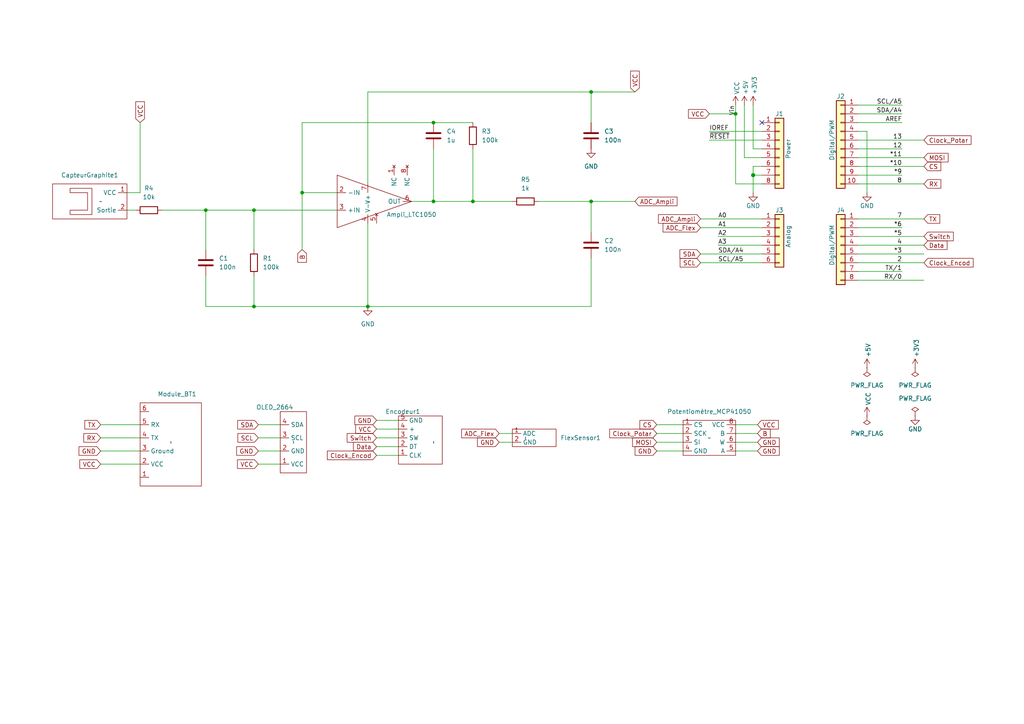
<source format=kicad_sch>
(kicad_sch (version 20230121) (generator eeschema)
  (paper "A4")
  (title_block (title "Projet de capteur low-tech en graphite") (date "2024-03-12") (company "INSA Toulouse - Département Génie Physique") (comment 3 "Cyril ARDISSON, Kévin BARGE") (comment 4 "4GP - UF I4 PMH21 \"Du capteur au banc de test\""))
  (lib_symbols
    (symbol "Connector_Generic:Conn_01x06" (pin_names (offset 1.016) hide)
      (property "Reference" "J" (at 0 7.62 0))
      (property "Value" "Conn_01x06" (at 0 -10.16 0))
      (symbol "Conn_01x06_1_1"
        (rectangle (start -1.27 -7.493) (end 0 -7.747) (stroke (width 0.1524)))
        (rectangle (start -1.27 -4.953) (end 0 -5.207) (stroke (width 0.1524)))
        (rectangle (start -1.27 -2.413) (end 0 -2.667) (stroke (width 0.1524)))
        (rectangle (start -1.27 0.127) (end 0 -0.127) (stroke (width 0.1524)))
        (rectangle (start -1.27 2.667) (end 0 2.413) (stroke (width 0.1524)))
        (rectangle (start -1.27 5.207) (end 0 4.953) (stroke (width 0.1524)))
        (rectangle (start -1.27 6.35) (end 1.27 -8.89) (stroke (width 0.254)) (fill (type background)))
        (pin passive line (at -5.08 5.08 0) (length 3.81) (name "Pin_1") (number "1"))
        (pin passive line (at -5.08 2.54 0) (length 3.81) (name "Pin_2") (number "2"))
        (pin passive line (at -5.08 0 0) (length 3.81) (name "Pin_3") (number "3"))
        (pin passive line (at -5.08 -2.54 0) (length 3.81) (name "Pin_4") (number "4"))
        (pin passive line (at -5.08 -5.08 0) (length 3.81) (name "Pin_5") (number "5"))
        (pin passive line (at -5.08 -7.62 0) (length 3.81) (name "Pin_6") (number "6"))
      )
    )
    (symbol "Connector_Generic:Conn_01x08" (pin_names (offset 1.016) hide)
      (property "Reference" "J" (at 0 10.16 0))
      (property "Value" "Conn_01x08" (at 0 -12.7 0))
      (symbol "Conn_01x08_1_1"
        (rectangle (start -1.27 -10.033) (end 0 -10.287) (stroke (width 0.1524)))
        (rectangle (start -1.27 -7.493) (end 0 -7.747) (stroke (width 0.1524)))
        (rectangle (start -1.27 -4.953) (end 0 -5.207) (stroke (width 0.1524)))
        (rectangle (start -1.27 -2.413) (end 0 -2.667) (stroke (width 0.1524)))
        (rectangle (start -1.27 0.127) (end 0 -0.127) (stroke (width 0.1524)))
        (rectangle (start -1.27 2.667) (end 0 2.413) (stroke (width 0.1524)))
        (rectangle (start -1.27 5.207) (end 0 4.953) (stroke (width 0.1524)))
        (rectangle (start -1.27 7.747) (end 0 7.493) (stroke (width 0.1524)))
        (rectangle (start -1.27 8.89) (end 1.27 -11.43) (stroke (width 0.254)) (fill (type background)))
        (pin passive line (at -5.08 7.62 0) (length 3.81) (name "Pin_1") (number "1"))
        (pin passive line (at -5.08 5.08 0) (length 3.81) (name "Pin_2") (number "2"))
        (pin passive line (at -5.08 2.54 0) (length 3.81) (name "Pin_3") (number "3"))
        (pin passive line (at -5.08 0 0) (length 3.81) (name "Pin_4") (number "4"))
        (pin passive line (at -5.08 -2.54 0) (length 3.81) (name "Pin_5") (number "5"))
        (pin passive line (at -5.08 -5.08 0) (length 3.81) (name "Pin_6") (number "6"))
        (pin passive line (at -5.08 -7.62 0) (length 3.81) (name "Pin_7") (number "7"))
        (pin passive line (at -5.08 -10.16 0) (length 3.81) (name "Pin_8") (number "8"))
      )
    )
    (symbol "Connector_Generic:Conn_01x10" (pin_names (offset 1.016) hide)
      (property "Reference" "J" (at 0 12.7 0))
      (property "Value" "Conn_01x10" (at 0 -15.24 0))
      (symbol "Conn_01x10_1_1"
        (rectangle (start -1.27 -12.573) (end 0 -12.827) (stroke (width 0.1524)))
        (rectangle (start -1.27 -10.033) (end 0 -10.287) (stroke (width 0.1524)))
        (rectangle (start -1.27 -7.493) (end 0 -7.747) (stroke (width 0.1524)))
        (rectangle (start -1.27 -4.953) (end 0 -5.207) (stroke (width 0.1524)))
        (rectangle (start -1.27 -2.413) (end 0 -2.667) (stroke (width 0.1524)))
        (rectangle (start -1.27 0.127) (end 0 -0.127) (stroke (width 0.1524)))
        (rectangle (start -1.27 2.667) (end 0 2.413) (stroke (width 0.1524)))
        (rectangle (start -1.27 5.207) (end 0 4.953) (stroke (width 0.1524)))
        (rectangle (start -1.27 7.747) (end 0 7.493) (stroke (width 0.1524)))
        (rectangle (start -1.27 10.287) (end 0 10.033) (stroke (width 0.1524)))
        (rectangle (start -1.27 11.43) (end 1.27 -13.97) (stroke (width 0.254)) (fill (type background)))
        (pin passive line (at -5.08 10.16 0) (length 3.81) (name "Pin_1") (number "1"))
        (pin passive line (at -5.08 -12.7 0) (length 3.81) (name "Pin_10") (number "10"))
        (pin passive line (at -5.08 7.62 0) (length 3.81) (name "Pin_2") (number "2"))
        (pin passive line (at -5.08 5.08 0) (length 3.81) (name "Pin_3") (number "3"))
        (pin passive line (at -5.08 2.54 0) (length 3.81) (name "Pin_4") (number "4"))
        (pin passive line (at -5.08 0 0) (length 3.81) (name "Pin_5") (number "5"))
        (pin passive line (at -5.08 -2.54 0) (length 3.81) (name "Pin_6") (number "6"))
        (pin passive line (at -5.08 -5.08 0) (length 3.81) (name "Pin_7") (number "7"))
        (pin passive line (at -5.08 -7.62 0) (length 3.81) (name "Pin_8") (number "8"))
        (pin passive line (at -5.08 -10.16 0) (length 3.81) (name "Pin_9") (number "9"))
      )
    )
    (symbol "Device:C" (pin_numbers hide) (pin_names (offset 0.254))
      (property "Reference" "C" (at 0.635 2.54 0))
      (property "Value" "C" (at 0.635 -2.54 0))
      (symbol "C_0_1"
        (polyline (pts (xy -2.032 -0.762) (xy 2.032 -0.762)) (stroke (width 0.508)))
        (polyline (pts (xy -2.032 0.762) (xy 2.032 0.762)) (stroke (width 0.508)))
      )
      (symbol "C_1_1"
        (pin passive line (at 0 3.81 270) (length 2.794) (name "~") (number "1"))
        (pin passive line (at 0 -3.81 90) (length 2.794) (name "~") (number "2"))
      )
    )
    (symbol "Device:R" (pin_numbers hide) (pin_names (offset 0))
      (property "Reference" "R" (at 2.032 0 90))
      (property "Value" "R" (at 0 0 90))
      (symbol "R_0_1"
        (rectangle (start -1.016 -2.54) (end 1.016 2.54) (stroke (width 0.254)))
      )
      (symbol "R_1_1"
        (pin passive line (at 0 3.81 270) (length 1.27) (name "~") (number "1"))
        (pin passive line (at 0 -3.81 90) (length 1.27) (name "~") (number "2"))
      )
    )
    (symbol "GND_1" (power) (pin_names (offset 0))
      (property "Value" "GND_1" (at 0 -3.81 0))
      (symbol "GND_1_0_1"
        (polyline (pts (xy 0 0) (xy 0 -1.27) (xy 1.27 -1.27) (xy 0 -2.54) (xy -1.27 -1.27) (xy 0 -1.27)))
      )
      (symbol "GND_1_1_1"
        (pin power_in line (at 0 0 270) (length 0) hide (name "GND") (number "1"))
      )
    )
    (symbol "GND_2" (power) (pin_names (offset 0))
      (property "Value" "GND_2" (at 0 -3.81 0))
      (symbol "GND_2_0_1"
        (polyline (pts (xy 0 0) (xy 0 -1.27) (xy 1.27 -1.27) (xy 0 -2.54) (xy -1.27 -1.27) (xy 0 -1.27)))
      )
      (symbol "GND_2_1_1"
        (pin power_in line (at 0 0 270) (length 0) hide (name "GND") (number "1"))
      )
    )
    (symbol "Librairie capteur graphite:Ampli_LTC1050"
      (property "Reference" "U" (at 2.54 0 0))
      (symbol "Ampli_LTC1050_0_1"
        (polyline (pts (xy -10.16 7.62) (xy -10.16 -7.62) (xy 11.43 0) (xy -10.16 7.62)))
      )
      (symbol "Ampli_LTC1050_1_1"
        (pin no_connect line (at 6.35 10.16 270) (length 2.54) (name "NC") (number "1"))
        (pin passive line (at -10.16 2.54 0) (length 2.54) (name "-IN") (number "2"))
        (pin passive line (at -10.16 -2.54 0) (length 2.54) (name "+IN") (number "3"))
        (pin passive line (at -1.27 -6.35 90) (length 2.54) (name "V-") (number "4"))
        (pin no_connect line (at 1.27 -3.81 270) (length 2.54) (name "") (number "5"))
        (pin passive line (at 11.43 0 180) (length 2.54) (name "OUT") (number "6"))
        (pin passive line (at -1.27 5.08 270) (length 2.54) (name "V+") (number "7"))
        (pin no_connect line (at 10.16 10.16 270) (length 2.54) (name "NC") (number "8"))
      )
    )
    (symbol "Librairie capteur graphite:CapteurGraphite"
      (property "Reference" "U" (at 0 0 0))
      (symbol "CapteurGraphite_0_1"
        (rectangle (start -13.97 5.08) (end 7.62 -5.08))
        (polyline (pts (xy -8.89 2.54) (xy -3.81 2.54) (xy -3.81 -2.54) (xy -8.89 -2.54) (xy -8.89 -3.81) (xy -2.54 -3.81) (xy -2.54 3.81) (xy -8.89 3.81) (xy -8.89 2.54)))
      )
      (symbol "CapteurGraphite_1_1"
        (pin passive line (at 7.62 2.54 180) (length 2.54) (name "VCC") (number "1"))
        (pin passive line (at 7.62 -2.54 180) (length 2.54) (name "Sortie") (number "2"))
      )
    )
    (symbol "Librairie capteur graphite:Encodeur"
      (property "Reference" "U" (at 0 0 0))
      (symbol "Encodeur_0_1"
        (rectangle (start -6.35 10.16) (end 7.62 -2.54))
      )
      (symbol "Encodeur_1_1"
        (pin passive line (at -3.81 10.16 270) (length 2.54) (name "CLK") (number "1"))
        (pin passive line (at -1.27 10.16 270) (length 2.54) (name "DT") (number "2"))
        (pin passive line (at 1.27 10.16 270) (length 2.54) (name "SW") (number "3"))
        (pin passive line (at 3.81 10.16 270) (length 2.54) (name "+") (number "4"))
        (pin passive line (at 6.35 10.16 270) (length 2.54) (name "GND") (number "5"))
      )
    )
    (symbol "Librairie capteur graphite:FlexSensor"
      (property "Reference" "U" (at 0 0 0))
      (symbol "FlexSensor_0_1"
        (rectangle (start -2.54 8.89) (end 2.54 -3.81))
      )
      (symbol "FlexSensor_1_1"
        (pin input line (at -1.27 -3.81 90) (length 2.54) (name "ADC") (number "1"))
        (pin input line (at 1.27 -3.81 90) (length 2.54) (name "GND") (number "2"))
      )
    )
    (symbol "Librairie capteur graphite:MCP41050"
      (property "Reference" "U" (at 0 0 0))
      (symbol "MCP41050_0_1"
        (rectangle (start -7.62 5.08) (end 7.62 -5.08))
      )
      (symbol "MCP41050_1_1"
        (pin passive line (at -7.62 3.81 0) (length 2.54) (name "CS") (number "1"))
        (pin passive line (at -7.62 1.27 0) (length 2.54) (name "SCK") (number "2"))
        (pin passive line (at -7.62 -1.27 0) (length 2.54) (name "SI") (number "3"))
        (pin passive line (at -7.62 -3.81 0) (length 2.54) (name "GND") (number "4"))
        (pin passive line (at 7.62 -3.81 180) (length 2.54) (name "A") (number "5"))
        (pin passive line (at 7.62 -1.27 180) (length 2.54) (name "W") (number "6"))
        (pin passive line (at 7.62 1.27 180) (length 2.54) (name "B") (number "7"))
        (pin passive line (at 7.62 3.81 180) (length 2.54) (name "VCC") (number "8"))
      )
    )
    (symbol "Librairie capteur graphite:Module_BT"
      (property "Reference" "U" (at 0 0 0))
      (symbol "Module_BT_0_1"
        (rectangle (start -12.7 8.89) (end 11.43 -8.89))
      )
      (symbol "Module_BT_1_1"
        (pin passive line (at -10.16 8.89 270) (length 2.54) (name "") (number "1"))
        (pin passive line (at -6.35 8.89 270) (length 2.54) (name "VCC") (number "2"))
        (pin passive line (at -2.54 8.89 270) (length 2.54) (name "Ground") (number "3"))
        (pin passive line (at 1.27 8.89 270) (length 2.54) (name "TX") (number "4"))
        (pin passive line (at 5.08 8.89 270) (length 2.54) (name "RX") (number "5"))
        (pin passive line (at 8.89 8.89 270) (length 2.54) (name "") (number "6"))
      )
    )
    (symbol "Librairie capteur graphite:OLED_2864"
      (property "Reference" "U" (at 0 0 0))
      (symbol "OLED_2864_0_1"
        (rectangle (start -8.89 3.81) (end 8.89 -3.81))
      )
      (symbol "OLED_2864_1_1"
        (pin passive line (at -6.35 3.81 270) (length 2.54) (name "VCC") (number "1"))
        (pin passive line (at -2.54 3.81 270) (length 2.54) (name "GND") (number "2"))
        (pin passive line (at 1.27 3.81 270) (length 2.54) (name "SCL") (number "3"))
        (pin passive line (at 5.08 3.81 270) (length 2.54) (name "SDA") (number "4"))
      )
    )
    (symbol "power:+3V3" (power) (pin_names (offset 0))
      (property "Value" "+3V3" (at 0 3.556 0))
      (symbol "+3V3_0_1"
        (polyline (pts (xy -0.762 1.27) (xy 0 2.54)))
        (polyline (pts (xy 0 0) (xy 0 2.54)))
        (polyline (pts (xy 0 2.54) (xy 0.762 1.27)))
      )
      (symbol "+3V3_1_1"
        (pin power_in line (at 0 0 90) (length 0) hide (name "+3V3") (number "1"))
      )
    )
    (symbol "power:+5V" (power) (pin_names (offset 0))
      (property "Value" "+5V" (at 0 3.556 0))
      (symbol "+5V_0_1"
        (polyline (pts (xy -0.762 1.27) (xy 0 2.54)))
        (polyline (pts (xy 0 0) (xy 0 2.54)))
        (polyline (pts (xy 0 2.54) (xy 0.762 1.27)))
      )
      (symbol "+5V_1_1"
        (pin power_in line (at 0 0 90) (length 0) hide (name "+5V") (number "1"))
      )
    )
    (symbol "power:GND" (power) (pin_names (offset 0))
      (property "Value" "GND" (at 0 -3.81 0))
      (symbol "GND_0_1"
        (polyline (pts (xy 0 0) (xy 0 -1.27) (xy 1.27 -1.27) (xy 0 -2.54) (xy -1.27 -1.27) (xy 0 -1.27)))
      )
      (symbol "GND_1_1"
        (pin power_in line (at 0 0 270) (length 0) hide (name "GND") (number "1"))
      )
    )
    (symbol "power:PWR_FLAG" (power) (pin_numbers hide) (pin_names (offset 0) hide)
      (property "Value" "PWR_FLAG" (at 0 3.81 0))
      (symbol "PWR_FLAG_0_0"
        (pin power_out line (at 0 0 90) (length 0) (name "pwr") (number "1"))
      )
      (symbol "PWR_FLAG_0_1"
        (polyline (pts (xy 0 0) (xy 0 1.27) (xy -1.016 1.905) (xy 0 2.54) (xy 1.016 1.905) (xy 0 1.27)))
      )
    )
    (symbol "power:VCC" (power) (pin_names (offset 0))
      (property "Value" "VCC" (at 0 3.81 0))
      (symbol "VCC_0_1"
        (polyline (pts (xy -0.762 1.27) (xy 0 2.54)))
        (polyline (pts (xy 0 0) (xy 0 2.54)))
        (polyline (pts (xy 0 2.54) (xy 0.762 1.27)))
      )
      (symbol "VCC_1_1"
        (pin power_in line (at 0 0 90) (length 0) hide (name "VCC") (number "1"))
      )
    )
  )
  (junction (at 125.73 35.56))
  (junction (at 87.63 55.88))
  (junction (at 218.44 50.8) (diameter 1.016))
  (junction (at 213.36 33.02))
  (junction (at 137.16 58.42))
  (junction (at 125.73 58.42))
  (junction (at 73.66 60.96))
  (junction (at 106.68 88.9))
  (junction (at 171.45 26.67))
  (junction (at 59.69 60.96))
  (junction (at 171.45 58.42))
  (junction (at 73.66 88.9))
  (no_connect (at 220.98 35.56))
  (wire (pts (xy 248.92 81.28) (xy 267.97 81.28)))
  (wire (pts (xy 248.92 48.26) (xy 267.97 48.26)))
  (wire (pts (xy 119.38 58.42) (xy 125.73 58.42)))
  (wire (pts (xy 248.92 30.48) (xy 261.62 30.48)))
  (wire (pts (xy 59.69 60.96) (xy 59.69 72.39)))
  (wire (pts (xy 29.21 127) (xy 40.64 127)))
  (wire (pts (xy 218.44 48.26) (xy 218.44 50.8)))
  (wire (pts (xy 73.66 80.01) (xy 73.66 88.9)))
  (wire (pts (xy 203.2 76.2) (xy 220.98 76.2)))
  (wire (pts (xy 218.44 50.8) (xy 218.44 55.88)))
  (wire (pts (xy 36.83 55.88) (xy 40.64 55.88)))
  (wire (pts (xy 218.44 43.18) (xy 220.98 43.18)))
  (wire (pts (xy 74.93 130.81) (xy 81.28 130.81)))
  (wire (pts (xy 74.93 127) (xy 81.28 127)))
  (wire (pts (xy 215.9 45.72) (xy 220.98 45.72)))
  (wire (pts (xy 137.16 43.18) (xy 137.16 58.42)))
  (wire (pts (xy 215.9 30.48) (xy 215.9 45.72)))
  (wire (pts (xy 203.2 66.04) (xy 220.98 66.04)))
  (wire (pts (xy 137.16 58.42) (xy 148.59 58.42)))
  (wire (pts (xy 109.22 129.54) (xy 115.57 129.54)))
  (wire (pts (xy 156.21 58.42) (xy 171.45 58.42)))
  (wire (pts (xy 109.22 121.92) (xy 115.57 121.92)))
  (wire (pts (xy 248.92 40.64) (xy 267.97 40.64)))
  (wire (pts (xy 218.44 30.48) (xy 218.44 43.18)))
  (wire (pts (xy 248.92 63.5) (xy 267.97 63.5)))
  (wire (pts (xy 203.2 63.5) (xy 220.98 63.5)))
  (wire (pts (xy 248.92 43.18) (xy 261.62 43.18)))
  (wire (pts (xy 248.92 66.04) (xy 261.62 66.04)))
  (wire (pts (xy 109.22 132.08) (xy 115.57 132.08)))
  (wire (pts (xy 29.21 123.19) (xy 40.64 123.19)))
  (wire (pts (xy 59.69 80.01) (xy 59.69 88.9)))
  (wire (pts (xy 29.21 134.62) (xy 40.64 134.62)))
  (wire (pts (xy 248.92 50.8) (xy 261.62 50.8)))
  (wire (pts (xy 190.5 128.27) (xy 198.12 128.27)))
  (wire (pts (xy 171.45 58.42) (xy 184.15 58.42)))
  (wire (pts (xy 74.93 123.19) (xy 81.28 123.19)))
  (wire (pts (xy 46.99 60.96) (xy 59.69 60.96)))
  (wire (pts (xy 106.68 64.77) (xy 106.68 88.9)))
  (wire (pts (xy 205.74 38.1) (xy 220.98 38.1)))
  (wire (pts (xy 205.74 33.02) (xy 213.36 33.02)))
  (wire (pts (xy 40.64 35.56) (xy 40.64 55.88)))
  (wire (pts (xy 97.79 55.88) (xy 87.63 55.88)))
  (wire (pts (xy 213.36 125.73) (xy 219.71 125.73)))
  (wire (pts (xy 73.66 60.96) (xy 73.66 72.39)))
  (wire (pts (xy 171.45 26.67) (xy 184.15 26.67)))
  (wire (pts (xy 251.46 38.1) (xy 251.46 55.88)))
  (wire (pts (xy 106.68 53.34) (xy 106.68 26.67)))
  (wire (pts (xy 203.2 73.66) (xy 220.98 73.66)))
  (wire (pts (xy 248.92 35.56) (xy 261.62 35.56)))
  (wire (pts (xy 220.98 68.58) (xy 208.28 68.58)))
  (wire (pts (xy 125.73 43.18) (xy 125.73 58.42)))
  (wire (pts (xy 205.74 40.64) (xy 220.98 40.64)))
  (wire (pts (xy 190.5 125.73) (xy 198.12 125.73)))
  (wire (pts (xy 220.98 50.8) (xy 218.44 50.8)))
  (wire (pts (xy 125.73 35.56) (xy 137.16 35.56)))
  (wire (pts (xy 73.66 88.9) (xy 59.69 88.9)))
  (wire (pts (xy 213.36 33.02) (xy 213.36 30.48)))
  (wire (pts (xy 59.69 60.96) (xy 73.66 60.96)))
  (wire (pts (xy 220.98 53.34) (xy 213.36 53.34)))
  (wire (pts (xy 213.36 123.19) (xy 219.71 123.19)))
  (wire (pts (xy 29.21 130.81) (xy 40.64 130.81)))
  (wire (pts (xy 171.45 58.42) (xy 171.45 67.31)))
  (wire (pts (xy 106.68 26.67) (xy 171.45 26.67)))
  (wire (pts (xy 73.66 88.9) (xy 106.68 88.9)))
  (wire (pts (xy 125.73 58.42) (xy 137.16 58.42)))
  (wire (pts (xy 144.78 125.73) (xy 148.59 125.73)))
  (wire (pts (xy 248.92 38.1) (xy 251.46 38.1)))
  (wire (pts (xy 220.98 48.26) (xy 218.44 48.26)))
  (wire (pts (xy 87.63 55.88) (xy 87.63 72.39)))
  (wire (pts (xy 190.5 123.19) (xy 198.12 123.19)))
  (wire (pts (xy 73.66 60.96) (xy 97.79 60.96)))
  (wire (pts (xy 213.36 128.27) (xy 219.71 128.27)))
  (wire (pts (xy 87.63 35.56) (xy 125.73 35.56)))
  (wire (pts (xy 248.92 45.72) (xy 267.97 45.72)))
  (wire (pts (xy 106.68 88.9) (xy 171.45 88.9)))
  (wire (pts (xy 109.22 124.46) (xy 115.57 124.46)))
  (wire (pts (xy 190.5 130.81) (xy 198.12 130.81)))
  (wire (pts (xy 74.93 134.62) (xy 81.28 134.62)))
  (wire (pts (xy 248.92 68.58) (xy 267.97 68.58)))
  (wire (pts (xy 213.36 130.81) (xy 219.71 130.81)))
  (wire (pts (xy 208.28 71.12) (xy 220.98 71.12)))
  (wire (pts (xy 87.63 55.88) (xy 87.63 35.56)))
  (wire (pts (xy 36.83 60.96) (xy 39.37 60.96)))
  (wire (pts (xy 171.45 74.93) (xy 171.45 88.9)))
  (wire (pts (xy 248.92 33.02) (xy 261.62 33.02)))
  (wire (pts (xy 248.92 71.12) (xy 267.97 71.12)))
  (wire (pts (xy 248.92 76.2) (xy 267.97 76.2)))
  (wire (pts (xy 248.92 73.66) (xy 267.97 73.66)))
  (wire (pts (xy 109.22 127) (xy 115.57 127)))
  (wire (pts (xy 248.92 78.74) (xy 261.62 78.74)))
  (wire (pts (xy 213.36 53.34) (xy 213.36 33.02)))
  (wire (pts (xy 144.78 128.27) (xy 148.59 128.27)))
  (wire (pts (xy 248.92 53.34) (xy 267.97 53.34)))
  (wire (pts (xy 171.45 26.67) (xy 171.45 35.56)))
  (label "RX{slash}0" (at 261.62 81.28 180))
  (label "A2" (at 208.28 68.58 0))
  (label "4" (at 261.62 71.12 180))
  (label "2" (at 261.62 76.2 180))
  (label "A3" (at 208.28 71.12 0))
  (label "13" (at 261.62 40.64 180))
  (label "12" (at 261.62 43.18 180))
  (label "~{RESET}" (at 205.74 40.64 0))
  (label "*10" (at 261.62 48.26 180))
  (label "7" (at 261.62 63.5 180))
  (label "SDA{slash}A4" (at 261.62 33.02 180))
  (label "8" (at 261.62 53.34 180))
  (label "*11" (at 261.62 45.72 180))
  (label "*3" (at 261.62 73.66 180))
  (label "A1" (at 208.28 66.04 0))
  (label "TX{slash}1" (at 261.62 78.74 180))
  (label "A0" (at 208.28 63.5 0))
  (label "AREF" (at 261.62 35.56 180))
  (label "Vin" (at 213.36 30.48 270))
  (label "*6" (at 261.62 66.04 180))
  (label "SCL{slash}A5" (at 261.62 30.48 180))
  (label "*9" (at 261.62 50.8 180))
  (label "*5" (at 261.62 68.58 180))
  (label "IOREF" (at 205.74 38.1 0))
  (label "SDA{slash}A4" (at 208.28 73.66 0))
  (label "SCL{slash}A5" (at 208.28 76.2 0))
  (global_label "B" (shape input) (at 87.63 72.39 270) (property "Intersheetrefs" "${INTERSHEET_REFS}" (effects hide)))
  (global_label "SCL" (shape input) (at 203.2 76.2 180) (property "Intersheetrefs" "${INTERSHEET_REFS}" (effects hide)))
  (global_label "ADC_Ampli" (shape input) (at 203.2 63.5 180) (property "Intersheetrefs" "${INTERSHEET_REFS}" (effects hide)))
  (global_label "Data" (shape input) (at 267.97 71.12 0) (property "Intersheetrefs" "${INTERSHEET_REFS}" (effects hide)))
  (global_label "VCC" (shape input) (at 29.21 134.62 180) (property "Intersheetrefs" "${INTERSHEET_REFS}" (effects hide)))
  (global_label "Clock_Potar" (shape input) (at 267.97 40.64 0) (property "Intersheetrefs" "${INTERSHEET_REFS}" (effects hide)))
  (global_label "VCC" (shape input) (at 109.22 124.46 180) (property "Intersheetrefs" "${INTERSHEET_REFS}" (effects hide)))
  (global_label "SCL" (shape input) (at 74.93 127 180) (property "Intersheetrefs" "${INTERSHEET_REFS}" (effects hide)))
  (global_label "MOSI" (shape input) (at 267.97 45.72 0) (property "Intersheetrefs" "${INTERSHEET_REFS}" (effects hide)))
  (global_label "TX" (shape input) (at 29.21 123.19 180) (property "Intersheetrefs" "${INTERSHEET_REFS}" (effects hide)))
  (global_label "GND" (shape input) (at 74.93 130.81 180) (property "Intersheetrefs" "${INTERSHEET_REFS}" (effects hide)))
  (global_label "CS" (shape input) (at 267.97 48.26 0) (property "Intersheetrefs" "${INTERSHEET_REFS}" (effects hide)))
  (global_label "ADC_Flex" (shape input) (at 203.2 66.04 180) (property "Intersheetrefs" "${INTERSHEET_REFS}" (effects hide)))
  (global_label "GND" (shape input) (at 219.71 128.27 0) (property "Intersheetrefs" "${INTERSHEET_REFS}" (effects hide)))
  (global_label "GND" (shape input) (at 29.21 130.81 180) (property "Intersheetrefs" "${INTERSHEET_REFS}" (effects hide)))
  (global_label "Switch" (shape input) (at 267.97 68.58 0) (property "Intersheetrefs" "${INTERSHEET_REFS}" (effects hide)))
  (global_label "ADC_Ampli" (shape input) (at 184.15 58.42 0) (property "Intersheetrefs" "${INTERSHEET_REFS}" (effects hide)))
  (global_label "B" (shape input) (at 219.71 125.73 0) (property "Intersheetrefs" "${INTERSHEET_REFS}" (effects hide)))
  (global_label "VCC" (shape input) (at 40.64 35.56 90) (property "Intersheetrefs" "${INTERSHEET_REFS}" (effects hide)))
  (global_label "SDA" (shape input) (at 74.93 123.19 180) (property "Intersheetrefs" "${INTERSHEET_REFS}" (effects hide)))
  (global_label "TX" (shape input) (at 267.97 63.5 0) (property "Intersheetrefs" "${INTERSHEET_REFS}" (effects hide)))
  (global_label "Data" (shape input) (at 109.22 129.54 180) (property "Intersheetrefs" "${INTERSHEET_REFS}" (effects hide)))
  (global_label "VCC" (shape input) (at 184.15 26.67 90) (property "Intersheetrefs" "${INTERSHEET_REFS}" (effects hide)))
  (global_label "GND" (shape input) (at 219.71 130.81 0) (property "Intersheetrefs" "${INTERSHEET_REFS}" (effects hide)))
  (global_label "GND" (shape input) (at 144.78 128.27 180) (property "Intersheetrefs" "${INTERSHEET_REFS}" (effects hide)))
  (global_label "SDA" (shape input) (at 203.2 73.66 180) (property "Intersheetrefs" "${INTERSHEET_REFS}" (effects hide)))
  (global_label "VCC" (shape input) (at 205.74 33.02 180) (property "Intersheetrefs" "${INTERSHEET_REFS}" (effects hide)))
  (global_label "Clock_Potar" (shape input) (at 190.5 125.73 180) (property "Intersheetrefs" "${INTERSHEET_REFS}" (effects hide)))
  (global_label "RX" (shape input) (at 29.21 127 180) (property "Intersheetrefs" "${INTERSHEET_REFS}" (effects hide)))
  (global_label "VCC" (shape input) (at 74.93 134.62 180) (property "Intersheetrefs" "${INTERSHEET_REFS}" (effects hide)))
  (global_label "Clock_Encod" (shape input) (at 109.22 132.08 180) (property "Intersheetrefs" "${INTERSHEET_REFS}" (effects hide)))
  (global_label "GND" (shape input) (at 109.22 121.92 180) (property "Intersheetrefs" "${INTERSHEET_REFS}" (effects hide)))
  (global_label "GND" (shape input) (at 190.5 130.81 180) (property "Intersheetrefs" "${INTERSHEET_REFS}" (effects hide)))
  (global_label "ADC_Flex" (shape input) (at 144.78 125.73 180) (property "Intersheetrefs" "${INTERSHEET_REFS}" (effects hide)))
  (global_label "Switch" (shape input) (at 109.22 127 180) (property "Intersheetrefs" "${INTERSHEET_REFS}" (effects hide)))
  (global_label "RX" (shape input) (at 267.97 53.34 0) (property "Intersheetrefs" "${INTERSHEET_REFS}" (effects hide)))
  (global_label "MOSI" (shape input) (at 190.5 128.27 180) (property "Intersheetrefs" "${INTERSHEET_REFS}" (effects hide)))
  (global_label "CS" (shape input) (at 190.5 123.19 180) (property "Intersheetrefs" "${INTERSHEET_REFS}" (effects hide)))
  (global_label "VCC" (shape input) (at 219.71 123.19 0) (property "Intersheetrefs" "${INTERSHEET_REFS}" (effects hide)))
  (global_label "Clock_Encod" (shape input) (at 267.97 76.2 0) (property "Intersheetrefs" "${INTERSHEET_REFS}" (effects hide)))
  (symbol (lib_id "Connector_Generic:Conn_01x08") (at 226.06 43.18 0) (unit 1)
    (property "Reference" "J1" (at 226.06 33.02 0))
    (property "Value" "Power" (at 228.6 43.18 90))
    (property "Footprint" "Connector_PinSocket_2.54mm:PinSocket_1x08_P2.54mm_Vertical" (effects hide))
  )
  (symbol (lib_id "power:+3V3") (at 218.44 30.48 0) (unit 1)
    (property "Reference" "#PWR03" (effects hide))
    (property "Value" "+3.3V" (at 218.821 27.432 90) (effects (justify left)))
  )
  (symbol (lib_id "power:+5V") (at 215.9 30.48 0) (unit 1)
    (property "Reference" "#PWR02" (effects hide))
    (property "Value" "+5V" (at 216.2556 27.432 90) (effects (justify left)))
  )
  (symbol (lib_id "power:GND") (at 218.44 55.88 0) (unit 1)
    (property "Reference" "#PWR04" (effects hide))
    (property "Value" "GND" (at 218.44 59.69 0))
  )
  (symbol (lib_id "Connector_Generic:Conn_01x10") (at 243.84 40.64 0) (mirror y) (unit 1)
    (property "Reference" "J2" (at 243.84 27.94 0))
    (property "Value" "Digital/PWM" (at 241.3 40.64 90))
    (property "Footprint" "Connector_PinSocket_2.54mm:PinSocket_1x10_P2.54mm_Vertical" (effects hide))
  )
  (symbol (lib_id "power:GND") (at 251.46 55.88 0) (unit 1)
    (property "Reference" "#PWR05" (effects hide))
    (property "Value" "GND" (at 251.46 59.69 0))
  )
  (symbol (lib_id "Connector_Generic:Conn_01x06") (at 226.06 68.58 0) (unit 1)
    (property "Reference" "J3" (at 226.06 60.96 0))
    (property "Value" "Analog" (at 228.6 68.58 90))
    (property "Footprint" "Connector_PinSocket_2.54mm:PinSocket_1x06_P2.54mm_Vertical" (effects hide))
  )
  (symbol (lib_id "Connector_Generic:Conn_01x08") (at 243.84 71.12 0) (mirror y) (unit 1)
    (property "Reference" "J4" (at 243.84 60.96 0))
    (property "Value" "Digital/PWM" (at 241.3 71.12 90))
    (property "Footprint" "Connector_PinSocket_2.54mm:PinSocket_1x08_P2.54mm_Vertical" (effects hide))
  )
  (symbol (lib_id "Librairie capteur graphite:Encodeur") (at 125.73 128.27 90) (unit 1)
    (property "Reference" "Encodeur1" (at 121.92 119.38 90) (effects (justify left)))
    (property "Value" "~" (at 125.73 128.27 0))
    (property "Footprint" "Librairie utile empreintes:Encodeur" (effects hide))
  )
  (symbol (lib_name "GND_2") (lib_id "power:GND") (at 171.45 43.18 0) (unit 1)
    (property "Reference" "#PWR07" (effects hide))
    (property "Value" "GND" (at 171.45 48.26 0))
  )
  (symbol (lib_id "power:+3V3") (at 265.43 106.68 0) (unit 1)
    (property "Reference" "#PWR09" (effects hide))
    (property "Value" "+3.3V" (at 265.811 103.632 90) (effects (justify left)))
  )
  (symbol (lib_id "Librairie capteur graphite:OLED_2864") (at 85.09 128.27 90) (unit 1)
    (property "Reference" "OLED_2664" (at 85.09 118.11 90) (effects (justify left)))
    (property "Value" "~" (at 85.09 128.27 0))
    (property "Footprint" "Librairie utile empreintes:OLED_2864" (effects hide))
  )
  (symbol (lib_id "Device:C") (at 171.45 39.37 0) (unit 1)
    (property "Reference" "C3" (at 175.26 38.1 0) (effects (justify left)))
    (property "Value" "100n" (at 175.26 40.64 0) (effects (justify left)))
    (property "Footprint" "Capacitor_THT:C_Radial_D5.0mm_H7.0mm_P2.00mm" (effects hide))
  )
  (symbol (lib_id "Librairie capteur graphite:Module_BT") (at 49.53 128.27 90) (unit 1)
    (property "Reference" "Module_BT1" (at 45.72 114.3 90) (effects (justify right)))
    (property "Value" "~" (at 49.53 128.27 0))
    (property "Footprint" "Librairie utile empreintes:Module_BT_new" (effects hide))
  )
  (symbol (lib_id "power:VCC") (at 251.46 120.65 0) (unit 1)
    (property "Reference" "#PWR010" (effects hide))
    (property "Value" "VCC" (at 251.841 117.602 90) (effects (justify left)))
  )
  (symbol (lib_name "GND_1") (lib_id "power:GND") (at 106.68 88.9 0) (unit 1)
    (property "Reference" "#PWR06" (effects hide))
    (property "Value" "GND" (at 106.68 93.98 0))
  )
  (symbol (lib_id "Librairie capteur graphite:CapteurGraphite") (at 29.21 58.42 0) (unit 1)
    (property "Reference" "CapteurGraphite1" (at 26.035 50.8 0))
    (property "Value" "~" (at 29.21 58.42 0))
    (property "Footprint" "Librairie utile empreintes:CapteurGraphite" (effects hide))
  )
  (symbol (lib_id "Device:C") (at 171.45 71.12 0) (unit 1)
    (property "Reference" "C2" (at 175.26 69.85 0) (effects (justify left)))
    (property "Value" "100n" (at 175.26 72.39 0) (effects (justify left)))
    (property "Footprint" "Capacitor_THT:C_Radial_D5.0mm_H7.0mm_P2.00mm" (effects hide))
  )
  (symbol (lib_id "power:PWR_FLAG") (at 265.43 120.65 0) (unit 1)
    (property "Reference" "#FLG04" (effects hide))
    (property "Value" "PWR_FLAG" (at 265.43 115.57 0))
  )
  (symbol (lib_id "power:PWR_FLAG") (at 251.46 106.68 180) (unit 1)
    (property "Reference" "#FLG01" (effects hide))
    (property "Value" "PWR_FLAG" (at 251.46 111.76 0))
  )
  (symbol (lib_id "power:+5V") (at 251.46 106.68 0) (unit 1)
    (property "Reference" "#PWR08" (effects hide))
    (property "Value" "+5V" (at 251.8156 103.632 90) (effects (justify left)))
  )
  (symbol (lib_id "power:VCC") (at 213.36 30.48 0) (unit 1)
    (property "Reference" "#PWR01" (effects hide))
    (property "Value" "VCC" (at 213.741 27.432 90) (effects (justify left)))
  )
  (symbol (lib_id "power:GND") (at 265.43 120.65 0) (unit 1)
    (property "Reference" "#PWR011" (effects hide))
    (property "Value" "GND" (at 265.43 124.46 0))
  )
  (symbol (lib_id "Device:R") (at 137.16 39.37 180) (unit 1)
    (property "Reference" "R3" (at 139.7 38.1 0) (effects (justify right)))
    (property "Value" "100k" (at 139.7 40.64 0) (effects (justify right)))
    (property "Footprint" "Resistor_THT:R_Axial_DIN0207_L6.3mm_D2.5mm_P7.62mm_Horizontal" (effects hide))
  )
  (symbol (lib_id "Device:R") (at 73.66 76.2 0) (unit 1)
    (property "Reference" "R1" (at 76.2 74.93 0) (effects (justify left)))
    (property "Value" "100k" (at 76.2 77.47 0) (effects (justify left)))
    (property "Footprint" "Resistor_THT:R_Axial_DIN0207_L6.3mm_D2.5mm_P7.62mm_Horizontal" (effects hide))
  )
  (symbol (lib_id "Librairie capteur graphite:Ampli_LTC1050") (at 107.95 58.42 0) (unit 1)
    (property "Reference" "Ampli_LTC1050" (at 119.38 62.23 0))
    (property "Value" "~" (at 106.68 58.42 0))
    (property "Footprint" "Librairie utile empreintes:Ampli_LTC1050" (effects hide))
  )
  (symbol (lib_id "power:PWR_FLAG") (at 251.46 120.65 180) (unit 1)
    (property "Reference" "#FLG03" (effects hide))
    (property "Value" "PWR_FLAG" (at 251.46 125.73 0))
  )
  (symbol (lib_id "Device:R") (at 152.4 58.42 90) (unit 1)
    (property "Reference" "R5" (at 152.4 52.07 90))
    (property "Value" "1k" (at 152.4 54.61 90))
    (property "Footprint" "Resistor_THT:R_Axial_DIN0207_L6.3mm_D2.5mm_P7.62mm_Horizontal" (effects hide))
  )
  (symbol (lib_id "power:PWR_FLAG") (at 265.43 106.68 180) (unit 1)
    (property "Reference" "#FLG02" (effects hide))
    (property "Value" "PWR_FLAG" (at 265.43 111.76 0))
  )
  (symbol (lib_id "Device:C") (at 59.69 76.2 0) (unit 1)
    (property "Reference" "C1" (at 63.5 74.93 0) (effects (justify left)))
    (property "Value" "100n" (at 63.5 77.47 0) (effects (justify left)))
    (property "Footprint" "Capacitor_THT:C_Radial_D5.0mm_H7.0mm_P2.00mm" (effects hide))
  )
  (symbol (lib_id "Device:R") (at 43.18 60.96 90) (unit 1)
    (property "Reference" "R4" (at 43.18 54.61 90))
    (property "Value" "10k" (at 43.18 57.15 90))
    (property "Footprint" "Resistor_THT:R_Axial_DIN0207_L6.3mm_D2.5mm_P7.62mm_Horizontal" (effects hide))
  )
  (symbol (lib_id "Device:C") (at 125.73 39.37 0) (unit 1)
    (property "Reference" "C4" (at 129.54 38.1 0) (effects (justify left)))
    (property "Value" "1u" (at 129.54 40.64 0) (effects (justify left)))
    (property "Footprint" "Capacitor_THT:C_Rect_L4.6mm_W2.0mm_P2.50mm_MKS02_FKP02" (effects hide))
  )
  (symbol (lib_id "Librairie capteur graphite:FlexSensor") (at 152.4 127 270) (unit 1)
    (property "Reference" "FlexSensor1" (at 162.56 127 90) (effects (justify left)))
    (property "Value" "~" (at 152.4 127 0))
    (property "Footprint" "Librairie utile empreintes:FlexSensor" (effects hide))
  )
  (symbol (lib_id "Librairie capteur graphite:MCP41050") (at 205.74 127 0) (unit 1)
    (property "Reference" "Potentiomètre_MCP41050" (at 205.74 119.38 0))
    (property "Value" "~" (at 205.74 127 0))
    (property "Footprint" "Librairie utile empreintes:MCP41050" (effects hide))
  )
)
</source>
